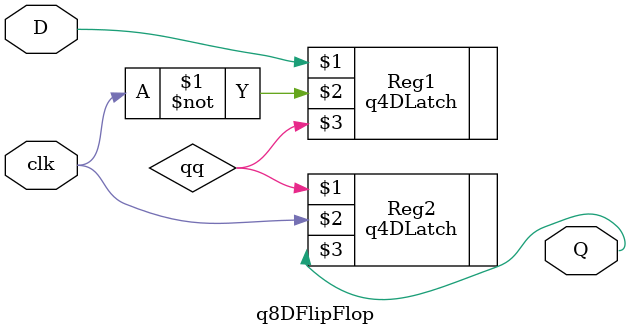
<source format=sv>
`timescale 1ns/1ns

module q8DFlipFlop(input D, clk, output Q);
	logic qq;
	q4DLatch Reg1(D, ~clk, qq);
	q4DLatch Reg2(qq, clk, Q);
endmodule
</source>
